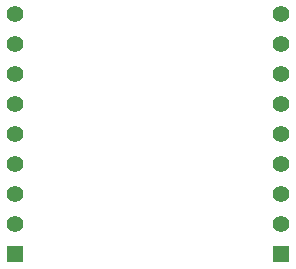
<source format=gbs>
G04 (created by PCBNEW (2013-07-07 BZR 4022)-stable) date 11/18/2013 8:59:08 PM*
%MOIN*%
G04 Gerber Fmt 3.4, Leading zero omitted, Abs format*
%FSLAX34Y34*%
G01*
G70*
G90*
G04 APERTURE LIST*
%ADD10C,0.00590551*%
%ADD11R,0.055X0.055*%
%ADD12C,0.055*%
G04 APERTURE END LIST*
G54D10*
G54D11*
X79532Y-52148D03*
G54D12*
X79532Y-51148D03*
X79532Y-50148D03*
X79532Y-49148D03*
X79532Y-48148D03*
X79532Y-47148D03*
X79532Y-46148D03*
X79532Y-45148D03*
X79532Y-44148D03*
G54D11*
X70673Y-52147D03*
G54D12*
X70673Y-51147D03*
X70673Y-50147D03*
X70673Y-49147D03*
X70673Y-48147D03*
X70673Y-47147D03*
X70673Y-46147D03*
X70673Y-45147D03*
X70673Y-44147D03*
M02*

</source>
